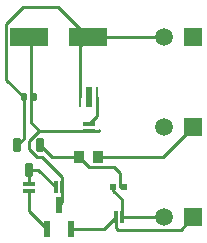
<source format=gbr>
%TF.GenerationSoftware,KiCad,Pcbnew,(6.0.4)*%
%TF.CreationDate,2022-04-07T23:24:54+05:30*%
%TF.ProjectId,ASSIGN_2,41535349-474e-45f3-922e-6b696361645f,rev?*%
%TF.SameCoordinates,Original*%
%TF.FileFunction,Copper,L1,Top*%
%TF.FilePolarity,Positive*%
%FSLAX46Y46*%
G04 Gerber Fmt 4.6, Leading zero omitted, Abs format (unit mm)*
G04 Created by KiCad (PCBNEW (6.0.4)) date 2022-04-07 23:24:54*
%MOMM*%
%LPD*%
G01*
G04 APERTURE LIST*
G04 Aperture macros list*
%AMRoundRect*
0 Rectangle with rounded corners*
0 $1 Rounding radius*
0 $2 $3 $4 $5 $6 $7 $8 $9 X,Y pos of 4 corners*
0 Add a 4 corners polygon primitive as box body*
4,1,4,$2,$3,$4,$5,$6,$7,$8,$9,$2,$3,0*
0 Add four circle primitives for the rounded corners*
1,1,$1+$1,$2,$3*
1,1,$1+$1,$4,$5*
1,1,$1+$1,$6,$7*
1,1,$1+$1,$8,$9*
0 Add four rect primitives between the rounded corners*
20,1,$1+$1,$2,$3,$4,$5,0*
20,1,$1+$1,$4,$5,$6,$7,0*
20,1,$1+$1,$6,$7,$8,$9,0*
20,1,$1+$1,$8,$9,$2,$3,0*%
G04 Aperture macros list end*
%TA.AperFunction,SMDPad,CuDef*%
%ADD10RoundRect,0.075600X-0.194400X0.224400X-0.194400X-0.224400X0.194400X-0.224400X0.194400X0.224400X0*%
%TD*%
%TA.AperFunction,ComponentPad*%
%ADD11C,1.508000*%
%TD*%
%TA.AperFunction,ComponentPad*%
%ADD12R,1.508000X1.508000*%
%TD*%
%TA.AperFunction,SMDPad,CuDef*%
%ADD13RoundRect,0.090000X-0.210000X0.525000X-0.210000X-0.525000X0.210000X-0.525000X0.210000X0.525000X0*%
%TD*%
%TA.AperFunction,SMDPad,CuDef*%
%ADD14R,0.940000X1.020000*%
%TD*%
%TA.AperFunction,SMDPad,CuDef*%
%ADD15R,1.100000X0.380000*%
%TD*%
%TA.AperFunction,SMDPad,CuDef*%
%ADD16R,0.380000X1.100000*%
%TD*%
%TA.AperFunction,SMDPad,CuDef*%
%ADD17R,0.500000X0.600000*%
%TD*%
%TA.AperFunction,SMDPad,CuDef*%
%ADD18R,0.558800X1.320800*%
%TD*%
%TA.AperFunction,SMDPad,CuDef*%
%ADD19R,0.250000X1.700000*%
%TD*%
%TA.AperFunction,SMDPad,CuDef*%
%ADD20R,0.500000X1.700000*%
%TD*%
%TA.AperFunction,SMDPad,CuDef*%
%ADD21R,3.200000X1.600000*%
%TD*%
%TA.AperFunction,Conductor*%
%ADD22C,0.250000*%
%TD*%
G04 APERTURE END LIST*
D10*
%TO.P,C1,1*%
%TO.N,Net-(C1-Pad1)*%
X117270000Y-73660000D03*
%TO.P,C1,2*%
%TO.N,GND*%
X116410000Y-73660000D03*
%TD*%
D11*
%TO.P,J3,2,2*%
%TO.N,GND*%
X128290000Y-68580000D03*
D12*
%TO.P,J3,1,1*%
%TO.N,unconnected-(J3-Pad1)*%
X130790000Y-68580000D03*
%TD*%
D11*
%TO.P,J2,2,2*%
%TO.N,GND*%
X128290000Y-83820000D03*
D12*
%TO.P,J2,1,1*%
%TO.N,Net-(J2-Pad1)*%
X130790000Y-83820000D03*
%TD*%
D11*
%TO.P,J1,2,2*%
%TO.N,GND*%
X128290000Y-76200000D03*
D12*
%TO.P,J1,1,1*%
%TO.N,Net-(R1-Pad1)*%
X130790000Y-76200000D03*
%TD*%
D13*
%TO.P,Q1,1*%
%TO.N,Net-(Q1-Pad1)*%
X117790000Y-77680000D03*
%TO.P,Q1,2*%
%TO.N,GND*%
X115890000Y-77680000D03*
%TO.P,Q1,3*%
%TO.N,Net-(Q1-Pad3)*%
X116840000Y-79800000D03*
%TD*%
D14*
%TO.P,R1,1*%
%TO.N,Net-(R1-Pad1)*%
X122710000Y-78740000D03*
%TO.P,R1,2*%
%TO.N,Net-(Q1-Pad1)*%
X121130000Y-78740000D03*
%TD*%
D15*
%TO.P,R6,1*%
%TO.N,Net-(D1-PadA)*%
X121920000Y-75937000D03*
%TO.P,R6,2*%
%TO.N,Net-(C1-Pad1)*%
X121920000Y-76463000D03*
%TD*%
D16*
%TO.P,R5,1*%
%TO.N,GND*%
X124723000Y-83820000D03*
%TO.P,R5,2*%
%TO.N,Net-(J2-Pad1)*%
X124197000Y-83820000D03*
%TD*%
D15*
%TO.P,R4,1*%
%TO.N,Net-(Q1-Pad3)*%
X116840000Y-81017000D03*
%TO.P,R4,2*%
%TO.N,Net-(Q2-Pad1)*%
X116840000Y-81543000D03*
%TD*%
D16*
%TO.P,R3,1*%
%TO.N,Net-(Q1-Pad3)*%
X119117000Y-81280000D03*
%TO.P,R3,2*%
%TO.N,Net-(C1-Pad1)*%
X119643000Y-81280000D03*
%TD*%
D17*
%TO.P,R2,1*%
%TO.N,GND*%
X124008000Y-81280000D03*
%TO.P,R2,2*%
%TO.N,Net-(Q1-Pad1)*%
X124912000Y-81280000D03*
%TD*%
D18*
%TO.P,Q2,1,B*%
%TO.N,Net-(Q2-Pad1)*%
X118364000Y-84836000D03*
%TO.P,Q2,2,C*%
%TO.N,Net-(J2-Pad1)*%
X120396000Y-84836000D03*
%TO.P,Q2,3,E*%
%TO.N,Net-(C1-Pad1)*%
X119380000Y-82804000D03*
%TD*%
D19*
%TO.P,D1,K*%
%TO.N,GND*%
X121195000Y-73660000D03*
%TO.P,D1,A*%
%TO.N,Net-(D1-PadA)*%
X122645000Y-73660000D03*
D20*
%TO.P,D1,HEATPAD*%
%TO.N,N/C*%
X121920000Y-73660000D03*
%TD*%
D21*
%TO.P,C2,1*%
%TO.N,Net-(C1-Pad1)*%
X116880000Y-68580000D03*
%TO.P,C2,2*%
%TO.N,GND*%
X121880000Y-68580000D03*
%TD*%
D22*
%TO.N,GND*%
X119340000Y-66040000D02*
X121880000Y-68580000D01*
X114955489Y-67455489D02*
X116370978Y-66040000D01*
X116370978Y-66040000D02*
X119340000Y-66040000D01*
X114955489Y-72205489D02*
X114955489Y-67455489D01*
X116410000Y-73660000D02*
X114955489Y-72205489D01*
%TO.N,Net-(C1-Pad1)*%
X117004520Y-75781739D02*
X117004520Y-68704520D01*
X117004520Y-68704520D02*
X116880000Y-68580000D01*
X117685781Y-76463000D02*
X117004520Y-75781739D01*
%TO.N,GND*%
X115890000Y-77680000D02*
X116410000Y-77160000D01*
X116410000Y-77160000D02*
X116410000Y-73660000D01*
%TO.N,Net-(C1-Pad1)*%
X116840000Y-77308781D02*
X117685781Y-76463000D01*
X117685781Y-76463000D02*
X121920000Y-76463000D01*
X116840000Y-78051219D02*
X116840000Y-77308781D01*
X117966022Y-78740000D02*
X117528781Y-78740000D01*
X117528781Y-78740000D02*
X116840000Y-78051219D01*
X119643000Y-80416978D02*
X117966022Y-78740000D01*
X119643000Y-81280000D02*
X119643000Y-80416978D01*
%TO.N,Net-(Q1-Pad3)*%
X116840000Y-79800000D02*
X116840000Y-81028489D01*
%TO.N,GND*%
X115890000Y-77680000D02*
X115890000Y-77150000D01*
X121195000Y-69265000D02*
X121195000Y-73660000D01*
X121880000Y-68580000D02*
X121195000Y-69265000D01*
X128290000Y-68580000D02*
X121880000Y-68580000D01*
X124723000Y-82290022D02*
X124008000Y-81575022D01*
X124723000Y-83820000D02*
X124723000Y-82290022D01*
X124008000Y-81575022D02*
X124008000Y-81280000D01*
X124723000Y-83820000D02*
X128290000Y-83820000D01*
%TO.N,Net-(D1-PadA)*%
X122645000Y-75212000D02*
X122645000Y-73660000D01*
X121920000Y-75937000D02*
X122645000Y-75212000D01*
%TO.N,Net-(C1-Pad1)*%
X122783022Y-76463000D02*
X122794511Y-76451511D01*
X121920000Y-76463000D02*
X122783022Y-76463000D01*
%TO.N,Net-(Q1-Pad1)*%
X117790000Y-77680000D02*
X118850000Y-78740000D01*
%TO.N,Net-(J2-Pad1)*%
X124412489Y-84898511D02*
X129711489Y-84898511D01*
X124208489Y-84694511D02*
X124412489Y-84898511D01*
X124208489Y-83820000D02*
X124208489Y-84694511D01*
X123192489Y-84836000D02*
X124208489Y-83820000D01*
X129711489Y-84898511D02*
X130790000Y-83820000D01*
X120396000Y-84836000D02*
X123192489Y-84836000D01*
%TO.N,Net-(C1-Pad1)*%
X119643000Y-82541000D02*
X119643000Y-81280000D01*
X119380000Y-82804000D02*
X119643000Y-82541000D01*
%TO.N,Net-(Q2-Pad1)*%
X116840000Y-81543000D02*
X116840000Y-83312000D01*
X116840000Y-83312000D02*
X118364000Y-84836000D01*
%TO.N,Net-(Q1-Pad1)*%
X124582511Y-80082013D02*
X124582511Y-81280000D01*
X124075009Y-79574511D02*
X124582511Y-80082013D01*
X121964511Y-79574511D02*
X124075009Y-79574511D01*
X121130000Y-78740000D02*
X121964511Y-79574511D01*
X118850000Y-78740000D02*
X121130000Y-78740000D01*
%TO.N,Net-(Q1-Pad3)*%
X119128489Y-81280000D02*
X117648489Y-79800000D01*
X117648489Y-79800000D02*
X116840000Y-79800000D01*
%TO.N,Net-(R1-Pad1)*%
X128250000Y-78740000D02*
X130790000Y-76200000D01*
X122710000Y-78740000D02*
X128250000Y-78740000D01*
%TO.N,GND*%
X122350000Y-69050000D02*
X121880000Y-68580000D01*
%TD*%
M02*

</source>
